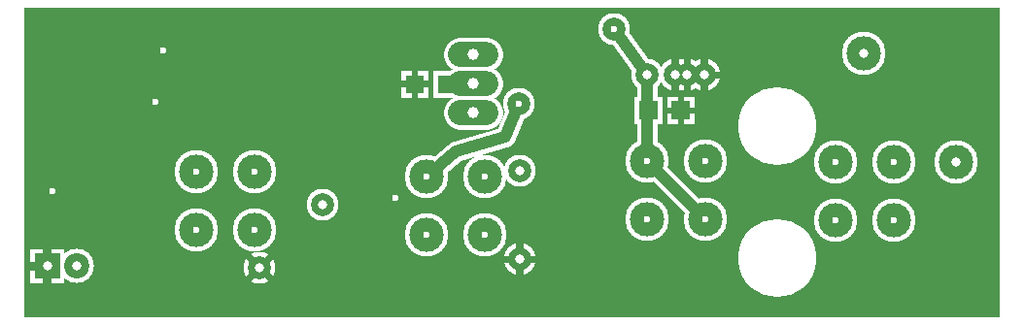
<source format=gbr>
%FSLAX34Y34*%
%MOMM*%
%LNCOPPER_BOTTOM*%
G71*
G01*
%ADD10C, 3.000*%
%ADD11C, 2.800*%
%ADD12C, 3.800*%
%ADD13C, 2.000*%
%ADD14C, 3.000*%
%ADD15R, 2.400X2.400*%
%ADD16C, 6.800*%
%ADD17C, 1.800*%
%ADD18C, 2.800*%
%ADD19C, 3.800*%
%ADD20C, 0.733*%
%ADD21C, 0.667*%
%ADD22C, 0.533*%
%ADD23C, 2.200*%
%ADD24C, 2.000*%
%ADD25C, 3.000*%
%ADD26C, 2.200*%
%ADD27R, 1.600X1.600*%
%ADD28C, 1.000*%
%ADD29C, 0.800*%
%ADD30C, 0.600*%
%ADD31C, 6.000*%
%LPD*%
G36*
X0Y0D02*
X850000Y0D01*
X850000Y-270000D01*
X0Y-270000D01*
X0Y0D01*
G37*
%LPC*%
G36*
X34994Y-210322D02*
X34994Y-240322D01*
X4994Y-240322D01*
X4994Y-210322D01*
X34994Y-210322D01*
G37*
X45394Y-225322D02*
G54D10*
D03*
X259968Y-171687D02*
G54D11*
D03*
X205167Y-226488D02*
G54D11*
D03*
X401121Y-146976D02*
G54D12*
D03*
X350321Y-197776D02*
G54D12*
D03*
X401121Y-197776D02*
G54D12*
D03*
X350321Y-146976D02*
G54D12*
D03*
X323057Y-165894D02*
G54D13*
D03*
X114301Y-81756D02*
G54D13*
D03*
X24607Y-159544D02*
G54D13*
D03*
G54D14*
X379826Y-91445D02*
X401826Y-91445D01*
G54D14*
X379826Y-40645D02*
X401826Y-40645D01*
G54D14*
X379826Y-66045D02*
X401826Y-66045D01*
X120651Y-37306D02*
G54D13*
D03*
X150019Y-142875D02*
G54D12*
D03*
X200819Y-193675D02*
G54D12*
D03*
X200819Y-142875D02*
G54D12*
D03*
X150018Y-193675D02*
G54D12*
D03*
X368012Y-66389D02*
G54D15*
D03*
X340012Y-66389D02*
G54D15*
D03*
X655841Y-218623D02*
G54D16*
D03*
X655841Y-103530D02*
G54D16*
D03*
X431799Y-142081D02*
G54D11*
D03*
X431799Y-219581D02*
G54D11*
D03*
X593725Y-133350D02*
G54D12*
D03*
X542925Y-184150D02*
G54D12*
D03*
X593725Y-184150D02*
G54D12*
D03*
X542925Y-133350D02*
G54D12*
D03*
G54D17*
X350321Y-146976D02*
X376238Y-125412D01*
X419100Y-112762D01*
X431007Y-83344D01*
X431007Y-83344D02*
G54D18*
D03*
G54D17*
X593725Y-184150D02*
X542925Y-133350D01*
G54D17*
X542925Y-133350D02*
X542631Y-58738D01*
X513557Y-18256D01*
X513557Y-18256D02*
G54D18*
D03*
G36*
X532006Y-77408D02*
X556006Y-77407D01*
X556006Y-101407D01*
X532006Y-101408D01*
X532006Y-77408D01*
G37*
G36*
X560006Y-77408D02*
X584006Y-77407D01*
X584006Y-101407D01*
X560006Y-101408D01*
X560006Y-77408D01*
G37*
X567531Y-58738D02*
G54D11*
D03*
X542631Y-58738D02*
G54D11*
D03*
X577731Y-58738D02*
G54D11*
D03*
X542631Y-58738D02*
G54D11*
D03*
X592631Y-58738D02*
G54D11*
D03*
X542631Y-58738D02*
G54D11*
D03*
X757898Y-185221D02*
G54D12*
D03*
X707098Y-134421D02*
G54D12*
D03*
X707098Y-185221D02*
G54D12*
D03*
X757899Y-134421D02*
G54D12*
D03*
X731838Y-39687D02*
G54D19*
D03*
X812006Y-134937D02*
G54D19*
D03*
%LPD*%
G54D20*
G36*
X23660Y-225322D02*
X23660Y-240822D01*
X16327Y-240822D01*
X16327Y-225322D01*
X23660Y-225322D01*
G37*
G36*
X19994Y-228989D02*
X4494Y-228989D01*
X4494Y-221655D01*
X19994Y-221655D01*
X19994Y-228989D01*
G37*
G36*
X16327Y-225322D02*
X16327Y-209822D01*
X23660Y-209822D01*
X23660Y-225322D01*
X16327Y-225322D01*
G37*
G54D21*
G36*
X207524Y-224131D02*
X217778Y-234384D01*
X213064Y-239098D01*
X202810Y-228845D01*
X207524Y-224131D01*
G37*
G36*
X207524Y-228845D02*
X197271Y-239098D01*
X192557Y-234384D01*
X202810Y-224131D01*
X207524Y-228845D01*
G37*
G36*
X202810Y-228845D02*
X192557Y-218592D01*
X197271Y-213878D01*
X207524Y-224131D01*
X202810Y-228845D01*
G37*
G36*
X202810Y-224131D02*
X213064Y-213878D01*
X217778Y-218592D01*
X207524Y-228845D01*
X202810Y-224131D01*
G37*
G54D22*
G36*
X342678Y-66389D02*
X342678Y-78889D01*
X337345Y-78889D01*
X337345Y-66389D01*
X342678Y-66389D01*
G37*
G36*
X340012Y-69055D02*
X327512Y-69055D01*
X327512Y-63722D01*
X340012Y-63722D01*
X340012Y-69055D01*
G37*
G36*
X337345Y-66389D02*
X337345Y-53889D01*
X342678Y-53889D01*
X342678Y-66389D01*
X337345Y-66389D01*
G37*
G36*
X340012Y-63722D02*
X352512Y-63722D01*
X352512Y-69055D01*
X340012Y-69055D01*
X340012Y-63722D01*
G37*
G54D21*
G36*
X431799Y-216248D02*
X446299Y-216248D01*
X446299Y-222915D01*
X431799Y-222915D01*
X431799Y-216248D01*
G37*
G36*
X435132Y-219581D02*
X435132Y-234081D01*
X428466Y-234081D01*
X428466Y-219581D01*
X435132Y-219581D01*
G37*
G36*
X431799Y-222915D02*
X417299Y-222915D01*
X417299Y-216248D01*
X431799Y-216248D01*
X431799Y-222915D01*
G37*
G36*
X428466Y-219581D02*
X428466Y-205081D01*
X435132Y-205081D01*
X435132Y-219581D01*
X428466Y-219581D01*
G37*
G54D22*
G36*
X569339Y-89407D02*
X569339Y-76907D01*
X574672Y-76907D01*
X574672Y-89407D01*
X569339Y-89407D01*
G37*
G36*
X572006Y-86741D02*
X584506Y-86741D01*
X584506Y-92074D01*
X572006Y-92074D01*
X572006Y-86741D01*
G37*
G36*
X574672Y-89407D02*
X574672Y-101907D01*
X569339Y-101907D01*
X569339Y-89407D01*
X574672Y-89407D01*
G37*
G36*
X572006Y-92074D02*
X559506Y-92074D01*
X559506Y-86741D01*
X572006Y-86741D01*
X572006Y-92074D01*
G37*
G54D21*
G36*
X564198Y-58738D02*
X564198Y-44238D01*
X570865Y-44238D01*
X570865Y-58738D01*
X564198Y-58738D01*
G37*
G36*
X567531Y-55404D02*
X582031Y-55404D01*
X582031Y-62071D01*
X567531Y-62071D01*
X567531Y-55404D01*
G37*
G36*
X570865Y-58738D02*
X570865Y-73238D01*
X564198Y-73238D01*
X564198Y-58738D01*
X570865Y-58738D01*
G37*
G54D21*
G36*
X574398Y-58738D02*
X574398Y-44238D01*
X581064Y-44238D01*
X581064Y-58738D01*
X574398Y-58738D01*
G37*
G36*
X577731Y-55404D02*
X592231Y-55404D01*
X592231Y-62071D01*
X577731Y-62071D01*
X577731Y-55404D01*
G37*
G36*
X581064Y-58738D02*
X581064Y-73238D01*
X574398Y-73238D01*
X574398Y-58738D01*
X581064Y-58738D01*
G37*
G36*
X577731Y-62071D02*
X563231Y-62071D01*
X563231Y-55404D01*
X577731Y-55404D01*
X577731Y-62071D01*
G37*
G54D21*
G36*
X589298Y-58738D02*
X589298Y-44238D01*
X595964Y-44238D01*
X595964Y-58738D01*
X589298Y-58738D01*
G37*
G36*
X592631Y-55404D02*
X607131Y-55404D01*
X607131Y-62071D01*
X592631Y-62071D01*
X592631Y-55404D01*
G37*
G36*
X595964Y-58738D02*
X595964Y-73238D01*
X589298Y-73238D01*
X589298Y-58738D01*
X595964Y-58738D01*
G37*
G36*
X592631Y-62071D02*
X578131Y-62071D01*
X578131Y-55404D01*
X592631Y-55404D01*
X592631Y-62071D01*
G37*
G36*
X30994Y-214322D02*
X30994Y-236322D01*
X8994Y-236322D01*
X8994Y-214322D01*
X30994Y-214322D01*
G37*
X45394Y-225322D02*
G54D23*
D03*
X259968Y-171687D02*
G54D24*
D03*
X205167Y-226488D02*
G54D24*
D03*
X401121Y-146976D02*
G54D25*
D03*
X350321Y-197776D02*
G54D25*
D03*
X401121Y-197776D02*
G54D25*
D03*
X350321Y-146976D02*
G54D25*
D03*
X323057Y-165894D02*
G54D13*
D03*
X114301Y-81756D02*
G54D13*
D03*
X24607Y-159544D02*
G54D13*
D03*
G54D26*
X379826Y-91445D02*
X401826Y-91445D01*
G54D26*
X379826Y-40645D02*
X401826Y-40645D01*
G54D26*
X379826Y-66045D02*
X401826Y-66045D01*
X120651Y-37306D02*
G54D13*
D03*
X150019Y-142875D02*
G54D25*
D03*
X200819Y-193675D02*
G54D25*
D03*
X200819Y-142875D02*
G54D25*
D03*
X150018Y-193675D02*
G54D25*
D03*
X368012Y-66389D02*
G54D27*
D03*
X340012Y-66389D02*
G54D27*
D03*
X431799Y-142081D02*
G54D24*
D03*
X431799Y-219581D02*
G54D24*
D03*
X593725Y-133350D02*
G54D25*
D03*
X542925Y-184150D02*
G54D25*
D03*
X593725Y-184150D02*
G54D25*
D03*
X542925Y-133350D02*
G54D25*
D03*
G54D28*
X350321Y-146976D02*
X376238Y-125412D01*
X419100Y-112762D01*
X431007Y-83344D01*
X431007Y-83344D02*
G54D13*
D03*
G54D28*
X593725Y-184150D02*
X542925Y-133350D01*
G54D28*
X542925Y-133350D02*
X542631Y-58738D01*
X513557Y-18256D01*
X513557Y-18256D02*
G54D13*
D03*
G36*
X536006Y-81408D02*
X552006Y-81407D01*
X552006Y-97407D01*
X536006Y-97408D01*
X536006Y-81408D01*
G37*
G36*
X564006Y-81408D02*
X580006Y-81407D01*
X580006Y-97407D01*
X564006Y-97408D01*
X564006Y-81408D01*
G37*
X567531Y-58738D02*
G54D24*
D03*
X542631Y-58738D02*
G54D24*
D03*
X577731Y-58738D02*
G54D24*
D03*
X542631Y-58738D02*
G54D24*
D03*
X592631Y-58738D02*
G54D24*
D03*
X542631Y-58738D02*
G54D24*
D03*
X757898Y-185221D02*
G54D25*
D03*
X707098Y-134421D02*
G54D25*
D03*
X707098Y-185221D02*
G54D25*
D03*
X757899Y-134421D02*
G54D25*
D03*
X731838Y-39687D02*
G54D10*
D03*
X812006Y-134937D02*
G54D10*
D03*
%LNAUGENFREISTANZEN*%
%LPC*%
X19994Y-225322D02*
G54D29*
D03*
X45394Y-225322D02*
G54D29*
D03*
X259968Y-171687D02*
G54D29*
D03*
X205167Y-226488D02*
G54D29*
D03*
X401121Y-146976D02*
G54D30*
D03*
X350321Y-197776D02*
G54D30*
D03*
X401121Y-197776D02*
G54D30*
D03*
X350321Y-146976D02*
G54D30*
D03*
X323057Y-165894D02*
G54D30*
D03*
X114301Y-81756D02*
G54D30*
D03*
X24607Y-159544D02*
G54D30*
D03*
X390826Y-91445D02*
G54D28*
D03*
X390826Y-40645D02*
G54D28*
D03*
X390826Y-66045D02*
G54D28*
D03*
X120651Y-37306D02*
G54D30*
D03*
X150019Y-142875D02*
G54D30*
D03*
X200819Y-193675D02*
G54D30*
D03*
X200819Y-142875D02*
G54D30*
D03*
X150018Y-193675D02*
G54D30*
D03*
X655841Y-218623D02*
G54D31*
D03*
X655841Y-103530D02*
G54D31*
D03*
X431799Y-142081D02*
G54D29*
D03*
X431799Y-219581D02*
G54D29*
D03*
X593725Y-133350D02*
G54D30*
D03*
X542925Y-184150D02*
G54D30*
D03*
X593725Y-184150D02*
G54D30*
D03*
X542925Y-133350D02*
G54D30*
D03*
X431007Y-83344D02*
G54D30*
D03*
X513557Y-18256D02*
G54D30*
D03*
X567531Y-58738D02*
G54D29*
D03*
X542631Y-58738D02*
G54D29*
D03*
X577731Y-58738D02*
G54D29*
D03*
X542631Y-58738D02*
G54D29*
D03*
X592631Y-58738D02*
G54D29*
D03*
X542631Y-58738D02*
G54D29*
D03*
X757898Y-185221D02*
G54D30*
D03*
X707098Y-134421D02*
G54D30*
D03*
X707098Y-185221D02*
G54D30*
D03*
X757899Y-134421D02*
G54D30*
D03*
X731838Y-39687D02*
G54D29*
D03*
X812006Y-134937D02*
G54D29*
D03*
M02*

</source>
